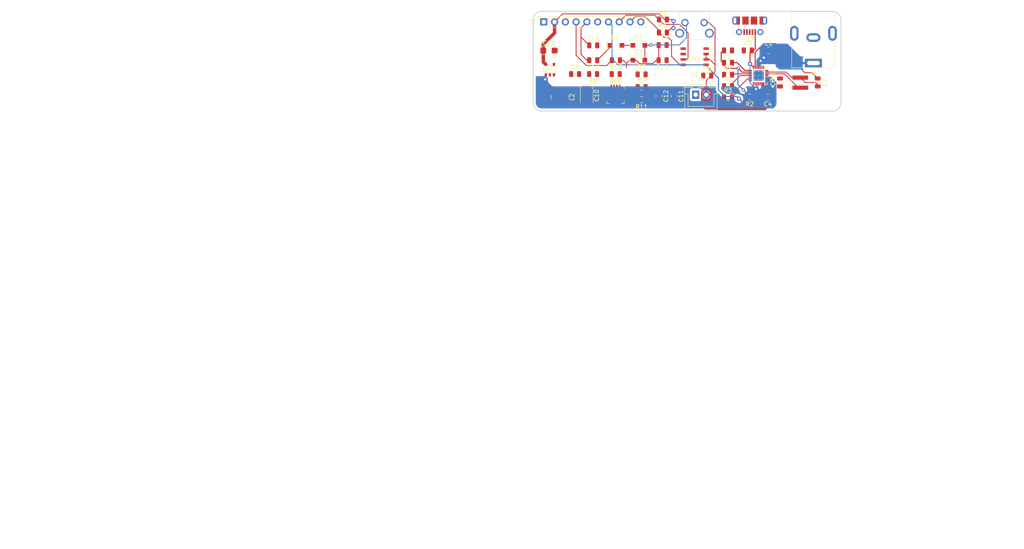
<source format=kicad_pcb>
(kicad_pcb (version 20171130) (host pcbnew "(5.0.0)")
  (layers (0 F.Cu signal) (31 B.Cu signal) (34 B.Paste user) (35 F.Paste user) (36 B.SilkS user) (37 F.SilkS user) (38 B.Mask user) (39 F.Mask user) (44 Edge.Cuts user))
  (net 0 "")
  (net 1 DC)
  (net 2 GNDA)
  (net 3 "Net-(C2-Pad2)")
  (net 4 "Net-(C2-Pad1)")
  (net 5 SYS)
  (net 6 BATT+)
  (net 7 USB)
  (net 8 VL)
  (net 9 "Net-(C7-Pad2)")
  (net 10 5V)
  (net 11 3V3)
  (net 12 SENSE_PIN)
  (net 13 EN_PI)
  (net 14 "Net-(D1-Pad1)")
  (net 15 "Net-(D1-Pad2)")
  (net 16 "Net-(D2-Pad2)")
  (net 17 OUT_PIN)
  (net 18 DOK_OUT)
  (net 19 CHG_OUT)
  (net 20 SCL)
  (net 21 SDA)
  (net 22 "Net-(J3-Pad6)")
  (net 23 "Net-(J3-Pad2)")
  (net 24 "Net-(J3-Pad4)")
  (net 25 "Net-(J3-Pad3)")
  (net 26 "Net-(L1-Pad1)")
  (net 27 "Net-(L2-Pad1)")
  (net 28 "Net-(R3-Pad2)")
  (net 29 "Net-(R4-Pad2)")
  (net 30 "Net-(R10-Pad2)")
  (net 31 "Net-(R11-Pad2)")
  (net 32 "Net-(U1-Pad18)")
  (net 33 "Net-(U1-Pad19)")
  (net 34 "Net-(U2-Pad5)")
  (net 35 "Net-(U3-Pad2)")
  (net 36 "Net-(U3-Pad12)")
  (net 37 "Net-(U4-Pad4)")
  (module Capacitor_SMD:C_0805_2012Metric (layer F.Cu) (at 204.9105 33.0282)
    (fp_text reference C1 (at 0 -1.65) (layer F.SilkS))
    (fp_text value 2.2uf)
    (pad 1 smd roundrect (at -0.9375 0) (size 0.975 1.4) (layers F.Cu F.Paste F.Mask) (net 1 DC))
    (pad 2 smd roundrect (at 0.9375 0) (size 0.975 1.4) (layers F.Cu F.Paste F.Mask) (net 2 GNDA))
  )
  (module Capacitor_SMD:C_0805_2012Metric (layer F.Cu) (at 216.516 40.572 270)
    (fp_text reference C2 (at 0 -1.65 270) (layer F.SilkS))
    (fp_text value 1uf)
    (pad 2 smd roundrect (at 0.9375 0 270) (size 0.975 1.4) (layers F.Cu F.Paste F.Mask) (net 3 "Net-(C2-Pad2)"))
    (pad 1 smd roundrect (at -0.9375 0 270) (size 0.975 1.4) (layers F.Cu F.Paste F.Mask) (net 4 "Net-(C2-Pad1)"))
  )
  (module Capacitor_SMD:C_0805_2012Metric (layer F.Cu) (at 207.626 40.572 90)
    (fp_text reference C3 (at 0 -1.65 90) (layer F.SilkS))
    (fp_text value 10uf)
    (pad 2 smd roundrect (at 0.9375 0 90) (size 0.975 1.4) (layers F.Cu F.Paste F.Mask) (net 5 SYS))
    (pad 1 smd roundrect (at -0.9375 0 90) (size 0.975 1.4) (layers F.Cu F.Paste F.Mask) (net 2 GNDA))
  )
  (module Capacitor_SMD:C_0805_2012Metric (layer F.Cu) (at 204.7535 44.0262 180)
    (fp_text reference C4 (at 0 -1.65 180) (layer F.SilkS))
    (fp_text value 10uf)
    (pad 2 smd roundrect (at 0.9375 0 180) (size 0.975 1.4) (layers F.Cu F.Paste F.Mask) (net 6 BATT+))
    (pad 1 smd roundrect (at -0.9375 0 180) (size 0.975 1.4) (layers F.Cu F.Paste F.Mask) (net 2 GNDA))
  )
  (module Capacitor_SMD:C_0805_2012Metric (layer F.Cu) (at 200.050138 33.0282)
    (fp_text reference C5 (at 0 -1.65) (layer F.SilkS))
    (fp_text value 4.7uf)
    (pad 1 smd roundrect (at -0.9375 0) (size 0.975 1.4) (layers F.Cu F.Paste F.Mask) (net 2 GNDA))
    (pad 2 smd roundrect (at 0.9375 0) (size 0.975 1.4) (layers F.Cu F.Paste F.Mask) (net 7 USB))
  )
  (module Capacitor_SMD:C_0805_2012Metric (layer F.Cu) (at 195.3865 33.0282 180)
    (fp_text reference C6 (at 0 -1.65 180) (layer F.SilkS))
    (fp_text value 2.2uf)
    (pad 1 smd roundrect (at -0.9375 0 180) (size 0.975 1.4) (layers F.Cu F.Paste F.Mask) (net 2 GNDA))
    (pad 2 smd roundrect (at 0.9375 0 180) (size 0.975 1.4) (layers F.Cu F.Paste F.Mask) (net 8 VL))
  )
  (module Capacitor_SMD:C_0805_2012Metric (layer F.Cu) (at 195.3865 38.7432)
    (fp_text reference C7 (at 0 -1.65) (layer F.SilkS))
    (fp_text value 0.15uf)
    (pad 1 smd roundrect (at -0.9375 0) (size 0.975 1.4) (layers F.Cu F.Paste F.Mask) (net 2 GNDA))
    (pad 2 smd roundrect (at 0.9375 0) (size 0.975 1.4) (layers F.Cu F.Paste F.Mask) (net 9 "Net-(C7-Pad2)"))
  )
  (module Capacitor_SMD:C_0805_2012Metric (layer F.Cu) (at 190.497 38.9602)
    (fp_text reference C8 (at 0 -1.65) (layer F.SilkS))
    (fp_text value 0.1uf)
    (pad 1 smd roundrect (at -0.9375 0) (size 0.975 1.4) (layers F.Cu F.Paste F.Mask) (net 2 GNDA))
    (pad 2 smd roundrect (at 0.9375 0) (size 0.975 1.4) (layers F.Cu F.Paste F.Mask) (net 6 BATT+))
  )
  (module Capacitor_SMD:C_0805_2012Metric (layer F.Cu) (at 159.366 38.600129)
    (fp_text reference C9 (at 0 -1.65) (layer F.SilkS))
    (fp_text value 2.2uf)
    (pad 2 smd roundrect (at 0.9375 0) (size 0.975 1.4) (layers F.Cu F.Paste F.Mask) (net 10 5V))
    (pad 1 smd roundrect (at -0.9375 0) (size 0.975 1.4) (layers F.Cu F.Paste F.Mask) (net 2 GNDA))
  )
  (module Capacitor_Tantalum_SMD:CP_EIA-3528-21_Kemet-B (layer F.Cu) (at 162.0975 43.666629 270)
    (fp_text reference C10 (at 0 -2.35 270) (layer F.SilkS))
    (fp_text value 100uf)
    (pad 2 smd roundrect (at 1.5375 0 270) (size 1.325 2.35) (layers F.Cu F.Paste F.Mask) (roundrect_rratio 0.188679) (net 2 GNDA))
    (pad 1 smd roundrect (at -1.5375 0 270) (size 1.325 2.35) (layers F.Cu F.Paste F.Mask) (roundrect_rratio 0.188679) (net 10 5V))
  )
  (module Capacitor_SMD:C_0805_2012Metric (layer F.Cu) (at 182.6715 43.7862 270)
    (fp_text reference C11 (at 0 -1.65 270) (layer F.SilkS))
    (fp_text value 10uf)
    (pad 1 smd roundrect (at -0.9375 0 270) (size 0.975 1.4) (layers F.Cu F.Paste F.Mask) (net 2 GNDA))
    (pad 2 smd roundrect (at 0.9375 0 270) (size 0.975 1.4) (layers F.Cu F.Paste F.Mask) (net 5 SYS))
  )
  (module Capacitor_SMD:C_0805_2012Metric (layer F.Cu) (at 179.1155 43.7862 270)
    (fp_text reference C12 (at 0 -1.65 270) (layer F.SilkS))
    (fp_text value 0.1uf)
    (pad 2 smd roundrect (at 0.9375 0 270) (size 0.975 1.4) (layers F.Cu F.Paste F.Mask) (net 5 SYS))
    (pad 1 smd roundrect (at -0.9375 0 270) (size 0.975 1.4) (layers F.Cu F.Paste F.Mask) (net 2 GNDA))
  )
  (module Capacitor_SMD:C_0805_2012Metric (layer F.Cu) (at 163.633138 31.830289)
    (fp_text reference C14 (at 0 -1.65) (layer F.SilkS))
    (fp_text value 0.1uF)
    (pad 2 smd roundrect (at 0.9375 0) (size 0.975 1.4) (layers F.Cu F.Paste F.Mask) (net 2 GNDA))
    (pad 1 smd roundrect (at -0.9375 0) (size 0.975 1.4) (layers F.Cu F.Paste F.Mask) (net 12 SENSE_PIN))
  )
  (module Capacitor_SMD:C_0805_2012Metric (layer F.Cu) (at 179.986138 31.774289)
    (fp_text reference C15 (at 0 -1.65) (layer F.SilkS))
    (fp_text value 0.1uF)
    (pad 1 smd roundrect (at -0.9375 0) (size 0.975 1.4) (layers F.Cu F.Paste F.Mask) (net 13 EN_PI))
    (pad 2 smd roundrect (at 0.9375 0) (size 0.975 1.4) (layers F.Cu F.Paste F.Mask) (net 2 GNDA))
  )
  (module Diode_SMD:D_SOD-123F (layer F.Cu) (at 168.986138 31.830289)
    (fp_text reference D1 (at -0.127 -1.905) (layer F.SilkS))
    (fp_text value IN4001)
    (pad 1 smd rect (at -1.4 0) (size 1.1 1.1) (layers F.Cu F.Paste F.Mask) (net 14 "Net-(D1-Pad1)"))
    (pad 2 smd rect (at 1.4 0) (size 1.1 1.1) (layers F.Cu F.Paste F.Mask) (net 15 "Net-(D1-Pad2)"))
  )
  (module Diode_SMD:D_SOD-123F (layer F.Cu) (at 174.386138 31.830289)
    (fp_text reference D2 (at -0.127 -1.905) (layer F.SilkS))
    (fp_text value IN4001)
    (pad 1 smd rect (at -1.4 0) (size 1.1 1.1) (layers F.Cu F.Paste F.Mask) (net 15 "Net-(D1-Pad2)"))
    (pad 2 smd rect (at 1.4 0) (size 1.1 1.1) (layers F.Cu F.Paste F.Mask) (net 16 "Net-(D2-Pad2)"))
  )
  (module Diode_SMD:D_SOD-123F (layer F.Cu) (at 174.386138 35.330289)
    (fp_text reference D3 (at -0.127 -1.905) (layer F.SilkS))
    (fp_text value IN4001)
    (pad 2 smd rect (at 1.4 0) (size 1.1 1.1) (layers F.Cu F.Paste F.Mask) (net 16 "Net-(D2-Pad2)"))
    (pad 1 smd rect (at -1.4 0) (size 1.1 1.1) (layers F.Cu F.Paste F.Mask) (net 13 EN_PI))
  )
  (module Connector_BarrelJack:BarrelJack_CUI_PJ-063AH_Horizontal (layer F.Cu) (at 215.5 36 180)
    (fp_text reference J1 (at 0 -2.3 180) (layer F.SilkS))
    (fp_text value Barrel_Jack)
    (pad 1 thru_hole rect (at 0 0 180) (size 4 2) (drill oval 3 1) (layers *.Cu *.Mask) (net 1 DC))
    (pad 2 thru_hole oval (at 0 6 180) (size 3.3 2) (drill oval 2.3 1) (layers *.Cu *.Mask) (net 2 GNDA))
    (pad MP thru_hole oval (at -4.5 7 180) (size 2 3.5) (drill oval 1 2.5) (layers *.Cu *.Mask))
    (pad MP thru_hole oval (at 4.5 7 180) (size 2 3.5) (drill oval 1 2.5) (layers *.Cu *.Mask))
    (pad "" np_thru_hole circle (at 0 9 180) (size 1.6 1.6) (drill 1.6) (layers *.Cu *.Mask))
  )
  (module Connector_PinSocket_2.54mm:PinSocket_1x10_P2.54mm_Vertical (layer F.Cu) (at 151.986138 26.314289 90)
    (fp_text reference J2 (at 0 -2.77 90) (layer F.SilkS))
    (fp_text value Conn_01x10)
    (pad 1 thru_hole rect (at 0 0 90) (size 1.7 1.7) (drill 1) (layers *.Cu *.Mask) (net 2 GNDA))
    (pad 2 thru_hole oval (at 0 2.54 90) (size 1.7 1.7) (drill 1) (layers *.Cu *.Mask) (net 11 3V3))
    (pad 3 thru_hole oval (at 0 5.08 90) (size 1.7 1.7) (drill 1) (layers *.Cu *.Mask) (net 10 5V))
    (pad 4 thru_hole oval (at 0 7.62 90) (size 1.7 1.7) (drill 1) (layers *.Cu *.Mask) (net 17 OUT_PIN))
    (pad 5 thru_hole oval (at 0 10.16 90) (size 1.7 1.7) (drill 1) (layers *.Cu *.Mask) (net 12 SENSE_PIN))
    (pad 6 thru_hole oval (at 0 12.7 90) (size 1.7 1.7) (drill 1) (layers *.Cu *.Mask) (net 18 DOK_OUT))
    (pad 7 thru_hole oval (at 0 15.24 90) (size 1.7 1.7) (drill 1) (layers *.Cu *.Mask) (net 19 CHG_OUT))
    (pad 8 thru_hole oval (at 0 17.78 90) (size 1.7 1.7) (drill 1) (layers *.Cu *.Mask) (net 20 SCL))
    (pad 9 thru_hole oval (at 0 20.32 90) (size 1.7 1.7) (drill 1) (layers *.Cu *.Mask) (net 21 SDA))
    (pad 10 thru_hole oval (at 0 22.86 90) (size 1.7 1.7) (drill 1) (layers *.Cu *.Mask) (net 2 GNDA))
  )
  (module Connector_USB:USB_Micro-B_Molex-105017-0001 (layer F.Cu) (at 200.5 27.2375 180)
    (fp_text reference J3 (at 0 -3.1125 180) (layer F.SilkS))
    (fp_text value USB_B_Micro)
    (pad 6 smd rect (at 1 1.2375 180) (size 1.5 1.9) (layers F.Cu F.Paste F.Mask) (net 22 "Net-(J3-Pad6)"))
    (pad 6 thru_hole circle (at -2.5 -1.4625 180) (size 1.45 1.45) (drill 0.85) (layers *.Cu *.Mask) (net 22 "Net-(J3-Pad6)"))
    (pad 2 smd rect (at -0.65 -1.4625 180) (size 0.4 1.35) (layers F.Cu F.Paste F.Mask) (net 23 "Net-(J3-Pad2)"))
    (pad 1 smd rect (at -1.3 -1.4625 180) (size 0.4 1.35) (layers F.Cu F.Paste F.Mask) (net 7 USB))
    (pad 5 smd rect (at 1.3 -1.4625 180) (size 0.4 1.35) (layers F.Cu F.Paste F.Mask) (net 2 GNDA))
    (pad 4 smd rect (at 0.65 -1.4625 180) (size 0.4 1.35) (layers F.Cu F.Paste F.Mask) (net 24 "Net-(J3-Pad4)"))
    (pad 3 smd rect (at 0 -1.4625 180) (size 0.4 1.35) (layers F.Cu F.Paste F.Mask) (net 25 "Net-(J3-Pad3)"))
    (pad 6 thru_hole circle (at 2.5 -1.4625 180) (size 1.45 1.45) (drill 0.85) (layers *.Cu *.Mask) (net 22 "Net-(J3-Pad6)"))
    (pad 6 smd rect (at -1 1.2375 180) (size 1.5 1.9) (layers F.Cu F.Paste F.Mask) (net 22 "Net-(J3-Pad6)"))
    (pad 6 thru_hole oval (at -3.5 1.2375) (size 1.2 1.9) (drill oval 0.6 1.3) (layers *.Cu *.Mask) (net 22 "Net-(J3-Pad6)"))
    (pad 6 thru_hole oval (at 3.5 1.2375 180) (size 1.2 1.9) (drill oval 0.6 1.3) (layers *.Cu *.Mask) (net 22 "Net-(J3-Pad6)"))
    (pad 6 smd rect (at 2.9 1.2375 180) (size 1.2 1.9) (layers F.Cu F.Mask) (net 22 "Net-(J3-Pad6)"))
    (pad 6 smd rect (at -2.9 1.2375 180) (size 1.2 1.9) (layers F.Cu F.Mask) (net 22 "Net-(J3-Pad6)"))
  )
  (module Connector_JST:JST_XH_B02B-XH-A_1x02_P2.50mm_Vertical (layer F.Cu) (at 187.765792 43.45721)
    (fp_text reference J4 (at 1.25 -3.55) (layer F.SilkS))
    (fp_text value battery)
    (pad 1 thru_hole rect (at 0 0) (size 1.7 2) (drill 1) (layers *.Cu *.Mask) (net 2 GNDA))
    (pad 2 thru_hole oval (at 2.5 0) (size 1.7 2) (drill 1) (layers *.Cu *.Mask) (net 6 BATT+))
  )
  (module Inductor_SMD:L_Wuerth_MAPI-4020 (layer F.Cu) (at 212.4095 40.6212 90)
    (fp_text reference L1 (at 0 -2.85 90) (layer F.SilkS))
    (fp_text value 3.3uH)
    (pad 1 smd rect (at -1.185 0 90) (size 0.98 3.7) (layers F.Cu F.Paste F.Mask) (net 26 "Net-(L1-Pad1)"))
    (pad 2 smd rect (at 1.185 0 90) (size 0.98 3.7) (layers F.Cu F.Paste F.Mask) (net 3 "Net-(C2-Pad2)"))
  )
  (module Inductor_SMD:L_Wuerth_MAPI-4020 (layer F.Cu) (at 155.81 44.019129 270)
    (fp_text reference L2 (at 0 -2.85 270) (layer F.SilkS))
    (fp_text value 6.8uH)
    (pad 2 smd rect (at 1.185 0 270) (size 0.98 3.7) (layers F.Cu F.Paste F.Mask) (net 5 SYS))
    (pad 1 smd rect (at -1.185 0 270) (size 0.98 3.7) (layers F.Cu F.Paste F.Mask) (net 27 "Net-(L2-Pad1)"))
  )
  (module Resistor_SMD:R_0805_2012Metric (layer F.Cu) (at 195.3865 35.9412 180)
    (fp_text reference R1 (at 0 -1.65 180) (layer F.SilkS))
    (fp_text value 100K)
    (pad 1 smd roundrect (at -0.9375 0 180) (size 0.975 1.4) (layers F.Cu F.Paste F.Mask) (net 18 DOK_OUT))
    (pad 2 smd roundrect (at 0.9375 0 180) (size 0.975 1.4) (layers F.Cu F.Paste F.Mask) (net 8 VL))
  )
  (module Resistor_SMD:R_0805_2012Metric (layer F.Cu) (at 200.4965 44.0262 180)
    (fp_text reference R2 (at 0 -1.65 180) (layer F.SilkS))
    (fp_text value 100K)
    (pad 2 smd roundrect (at 0.9375 0 180) (size 0.975 1.4) (layers F.Cu F.Paste F.Mask) (net 8 VL))
    (pad 1 smd roundrect (at -0.9375 0 180) (size 0.975 1.4) (layers F.Cu F.Paste F.Mask) (net 19 CHG_OUT))
  )
  (module Resistor_SMD:R_0805_2012Metric (layer F.Cu) (at 195.3865 44.0772)
    (fp_text reference R3 (at 0 -1.65) (layer F.SilkS))
    (fp_text value 1.2K)
    (pad 1 smd roundrect (at -0.9375 0) (size 0.975 1.4) (layers F.Cu F.Paste F.Mask) (net 2 GNDA))
    (pad 2 smd roundrect (at 0.9375 0) (size 0.975 1.4) (layers F.Cu F.Paste F.Mask) (net 28 "Net-(R3-Pad2)"))
  )
  (module Resistor_SMD:R_0805_2012Metric (layer F.Cu) (at 195.3865 41.4412)
    (fp_text reference R4 (at 0 -1.65) (layer F.SilkS))
    (fp_text value 3K)
    (pad 2 smd roundrect (at 0.9375 0) (size 0.975 1.4) (layers F.Cu F.Paste F.Mask) (net 29 "Net-(R4-Pad2)"))
    (pad 1 smd roundrect (at -0.9375 0) (size 0.975 1.4) (layers F.Cu F.Paste F.Mask) (net 2 GNDA))
  )
  (module Resistor_SMD:R_0805_2012Metric (layer F.Cu) (at 180.053 25.7522)
    (fp_text reference R5 (at 0 -1.65) (layer F.SilkS))
    (fp_text value 100K)
    (pad 1 smd roundrect (at -0.9375 0) (size 0.975 1.4) (layers F.Cu F.Paste F.Mask) (net 20 SCL))
    (pad 2 smd roundrect (at 0.9375 0) (size 0.975 1.4) (layers F.Cu F.Paste F.Mask) (net 11 3V3))
  )
  (module Resistor_SMD:R_0805_2012Metric (layer F.Cu) (at 180.053 28.8002)
    (fp_text reference R6 (at 0 -1.65) (layer F.SilkS))
    (fp_text value 100K)
    (pad 1 smd roundrect (at -0.9375 0) (size 0.975 1.4) (layers F.Cu F.Paste F.Mask) (net 21 SDA))
    (pad 2 smd roundrect (at 0.9375 0) (size 0.975 1.4) (layers F.Cu F.Paste F.Mask) (net 11 3V3))
  )
  (module Resistor_SMD:R_0805_2012Metric (layer F.Cu) (at 175.033638 38.664289)
    (fp_text reference R7 (at 0 -1.65) (layer F.SilkS))
    (fp_text value 200K)
    (pad 1 smd roundrect (at -0.9375 0) (size 0.975 1.4) (layers F.Cu F.Paste F.Mask) (net 13 EN_PI))
    (pad 2 smd roundrect (at 0.9375 0) (size 0.975 1.4) (layers F.Cu F.Paste F.Mask) (net 6 BATT+))
  )
  (module Resistor_SMD:R_0805_2012Metric (layer F.Cu) (at 163.6055 38.600129 180)
    (fp_text reference R8 (at 0 -1.65 180) (layer F.SilkS))
    (fp_text value 1.87M)
    (pad 2 smd roundrect (at 0.9375 0 180) (size 0.975 1.4) (layers F.Cu F.Paste F.Mask) (net 10 5V))
    (pad 1 smd roundrect (at -0.9375 0 180) (size 0.975 1.4) (layers F.Cu F.Paste F.Mask) (net 30 "Net-(R10-Pad2)"))
  )
  (module Resistor_SMD:R_0805_2012Metric (layer F.Cu) (at 175.033638 41.664289)
    (fp_text reference R9 (at 0 -1.65) (layer F.SilkS))
    (fp_text value 1.87M)
    (pad 2 smd roundrect (at 0.9375 0) (size 0.975 1.4) (layers F.Cu F.Paste F.Mask) (net 5 SYS))
    (pad 1 smd roundrect (at -0.9375 0) (size 0.975 1.4) (layers F.Cu F.Paste F.Mask) (net 31 "Net-(R11-Pad2)"))
  )
  (module Resistor_SMD:R_0805_2012Metric (layer F.Cu) (at 168.9395 38.600129 180)
    (fp_text reference R10 (at 0 -1.65 180) (layer F.SilkS))
    (fp_text value 200K)
    (pad 2 smd roundrect (at 0.9375 0 180) (size 0.975 1.4) (layers F.Cu F.Paste F.Mask) (net 30 "Net-(R10-Pad2)"))
    (pad 1 smd roundrect (at -0.9375 0 180) (size 0.975 1.4) (layers F.Cu F.Paste F.Mask) (net 2 GNDA))
  )
  (module Resistor_SMD:R_0805_2012Metric (layer F.Cu) (at 175.033638 44.664289 180)
    (fp_text reference R11 (at 0 -1.65 180) (layer F.SilkS))
    (fp_text value 340K)
    (pad 1 smd roundrect (at -0.9375 0 180) (size 0.975 1.4) (layers F.Cu F.Paste F.Mask) (net 2 GNDA))
    (pad 2 smd roundrect (at 0.9375 0 180) (size 0.975 1.4) (layers F.Cu F.Paste F.Mask) (net 31 "Net-(R11-Pad2)"))
  )
  (module Resistor_SMD:R_0805_2012Metric (layer F.Cu) (at 163.633138 35.330289 180)
    (fp_text reference R12 (at 0 -1.65 180) (layer F.SilkS))
    (fp_text value 10K)
    (pad 2 smd roundrect (at 0.9375 0 180) (size 0.975 1.4) (layers F.Cu F.Paste F.Mask) (net 12 SENSE_PIN))
    (pad 1 smd roundrect (at -0.9375 0 180) (size 0.975 1.4) (layers F.Cu F.Paste F.Mask) (net 14 "Net-(D1-Pad1)"))
  )
  (module Resistor_SMD:R_0805_2012Metric (layer F.Cu) (at 168.986138 35.330289 180)
    (fp_text reference R13 (at 0 -1.65 180) (layer F.SilkS))
    (fp_text value 10K)
    (pad 2 smd roundrect (at 0.9375 0 180) (size 0.975 1.4) (layers F.Cu F.Paste F.Mask) (net 17 OUT_PIN))
    (pad 1 smd roundrect (at -0.9375 0 180) (size 0.975 1.4) (layers F.Cu F.Paste F.Mask) (net 13 EN_PI))
  )
  (module Resistor_SMD:R_0805_2012Metric (layer F.Cu) (at 179.986138 35.330289 180)
    (fp_text reference R14 (at 0 -1.65 180) (layer F.SilkS))
    (fp_text value 10K)
    (pad 1 smd roundrect (at -0.9375 0 180) (size 0.975 1.4) (layers F.Cu F.Paste F.Mask) (net 2 GNDA))
    (pad 2 smd roundrect (at 0.9375 0 180) (size 0.975 1.4) (layers F.Cu F.Paste F.Mask) (net 13 EN_PI))
  )
  (module Button_Switch_THT:SKHHLVA010 (layer F.Cu) (at 187.499551 28)
    (fp_text reference SW1 (at 0 7) (layer F.SilkS))
    (fp_text value SW_Push)
    (pad 1 thru_hole circle (at 2.250449 -1.518149 180) (size 1.724 1.724) (drill 1.1) (layers *.Cu *.Mask) (net 6 BATT+))
    (pad 2 thru_hole circle (at -2.249551 -1.518149 180) (size 1.724 1.724) (drill 1.1) (layers *.Cu *.Mask) (net 16 "Net-(D2-Pad2)"))
    (pad "" thru_hole circle (at 3.500449 0.981851 180) (size 2.1 2.1) (drill 1.45) (layers *.Cu *.Mask))
    (pad "" thru_hole circle (at -3.499551 0.981851 180) (size 2.1 2.1) (drill 1.45) (layers *.Cu *.Mask))
  )
  (module Package_DFN_QFN:QFN-28-1EP_4x4mm_P0.4mm_EP2.4x2.4mm_ThermalVias (layer F.Cu) (at 202.578 38.9412 270)
    (fp_text reference U1 (at 0 -3.3 270) (layer F.SilkS))
    (fp_text value MAX8903A)
    (pad 28 smd roundrect (at -1.2 -1.9375 270) (size 0.25 0.825) (layers F.Cu F.Paste F.Mask) (net 3 "Net-(C2-Pad2)"))
    (pad 27 smd roundrect (at -0.8 -1.9375 270) (size 0.25 0.825) (layers F.Cu F.Paste F.Mask) (net 3 "Net-(C2-Pad2)"))
    (pad 26 smd roundrect (at -0.4 -1.9375 270) (size 0.25 0.825) (layers F.Cu F.Paste F.Mask) (net 26 "Net-(L1-Pad1)"))
    (pad 25 smd roundrect (at 0 -1.9375 270) (size 0.25 0.825) (layers F.Cu F.Paste F.Mask) (net 26 "Net-(L1-Pad1)"))
    (pad 24 smd roundrect (at 0.4 -1.9375 270) (size 0.25 0.825) (layers F.Cu F.Paste F.Mask) (net 5 SYS))
    (pad 23 smd roundrect (at 0.8 -1.9375 270) (size 0.25 0.825) (layers F.Cu F.Paste F.Mask) (net 5 SYS))
    (pad 22 smd roundrect (at 1.2 -1.9375 270) (size 0.25 0.825) (layers F.Cu F.Paste F.Mask) (net 19 CHG_OUT))
    (pad 21 smd roundrect (at 1.9375 -1.2 270) (size 0.825 0.25) (layers F.Cu F.Paste F.Mask) (net 6 BATT+))
    (pad 20 smd roundrect (at 1.9375 -0.8 270) (size 0.825 0.25) (layers F.Cu F.Paste F.Mask) (net 6 BATT+))
    (pad 19 smd roundrect (at 1.9375 -0.4 270) (size 0.825 0.25) (layers F.Cu F.Paste F.Mask) (net 33 "Net-(U1-Pad19)"))
    (pad 18 smd roundrect (at 1.9375 0 270) (size 0.825 0.25) (layers F.Cu F.Paste F.Mask) (net 32 "Net-(U1-Pad18)"))
    (pad 17 smd roundrect (at 1.9375 0.4 270) (size 0.825 0.25) (layers F.Cu F.Paste F.Mask) (net 7 USB))
    (pad 16 smd roundrect (at 1.9375 0.8 270) (size 0.825 0.25) (layers F.Cu F.Paste F.Mask) (net 2 GNDA))
    (pad 15 smd roundrect (at 1.9375 1.2 270) (size 0.825 0.25) (layers F.Cu F.Paste F.Mask) (net 2 GNDA))
    (pad 14 smd roundrect (at 1.2 1.9375 270) (size 0.25 0.825) (layers F.Cu F.Paste F.Mask) (net 2 GNDA))
    (pad 13 smd roundrect (at 0.8 1.9375 270) (size 0.25 0.825) (layers F.Cu F.Paste F.Mask) (net 28 "Net-(R3-Pad2)"))
    (pad 12 smd roundrect (at 0.4 1.9375 270) (size 0.25 0.825) (layers F.Cu F.Paste F.Mask) (net 2 GNDA))
    (pad 11 smd roundrect (at 0 1.9375 270) (size 0.25 0.825) (layers F.Cu F.Paste F.Mask) (net 29 "Net-(R4-Pad2)"))
    (pad 10 smd roundrect (at -0.4 1.9375 270) (size 0.25 0.825) (layers F.Cu F.Paste F.Mask) (net 9 "Net-(C7-Pad2)"))
    (pad 9 smd roundrect (at -0.8 1.9375 270) (size 0.25 0.825) (layers F.Cu F.Paste F.Mask) (net 8 VL))
    (pad 8 smd roundrect (at -1.2 1.9375 270) (size 0.25 0.825) (layers F.Cu F.Paste F.Mask) (net 18 DOK_OUT))
    (pad 7 smd roundrect (at -1.9375 1.2 270) (size 0.825 0.25) (layers F.Cu F.Paste F.Mask) (net 7 USB))
    (pad 6 smd roundrect (at -1.9375 0.8 270) (size 0.825 0.25) (layers F.Cu F.Paste F.Mask) (net 4 "Net-(C2-Pad1)"))
    (pad 5 smd roundrect (at -1.9375 0.4 270) (size 0.825 0.25) (layers F.Cu F.Paste F.Mask) (net 1 DC))
    (pad 4 smd roundrect (at -1.9375 0 270) (size 0.825 0.25) (layers F.Cu F.Paste F.Mask) (net 1 DC))
    (pad 3 smd roundrect (at -1.9375 -0.4 270) (size 0.825 0.25) (layers F.Cu F.Paste F.Mask) (net 1 DC))
    (pad 2 smd roundrect (at -1.9375 -0.8 270) (size 0.825 0.25) (layers F.Cu F.Paste F.Mask) (net 2 GNDA))
    (pad 1 smd roundrect (at -1.9375 -1.2 270) (size 0.825 0.25) (layers F.Cu F.Paste F.Mask) (net 2 GNDA))
    (pad 29 smd roundrect (at 0 0 270) (size 2.4 2.4) (layers B.Cu) (roundrect_rratio 0.104167))
    (pad 29 thru_hole circle (at 0.95 0.95 270) (size 0.5 0.5) (drill 0.2) (layers *.Cu))
    (pad 29 thru_hole circle (at 0 0.95 270) (size 0.5 0.5) (drill 0.2) (layers *.Cu))
    (pad 29 thru_hole circle (at -0.95 0.95 270) (size 0.5 0.5) (drill 0.2) (layers *.Cu))
    (pad 29 thru_hole circle (at 0.95 0 270) (size 0.5 0.5) (drill 0.2) (layers *.Cu))
    (pad 29 thru_hole circle (at 0 0 270) (size 0.5 0.5) (drill 0.2) (layers *.Cu))
    (pad 29 thru_hole circle (at -0.95 0 270) (size 0.5 0.5) (drill 0.2) (layers *.Cu))
    (pad 29 thru_hole circle (at 0.95 -0.95 270) (size 0.5 0.5) (drill 0.2) (layers *.Cu))
    (pad 29 thru_hole circle (at 0 -0.95 270) (size 0.5 0.5) (drill 0.2) (layers *.Cu))
    (pad 29 thru_hole circle (at -0.95 -0.95 270) (size 0.5 0.5) (drill 0.2) (layers *.Cu))
    (pad 29 smd roundrect (at 0 0 270) (size 2.4 2.4) (layers F.Cu F.Mask) (roundrect_rratio 0.104167))
  )
  (module Package_DFN_QFN:TDFN-8-1EP (layer F.Cu) (at 187.5305 34.5152 180)
    (fp_text reference U2 (at 0 -4.25 180) (layer F.SilkS))
    (fp_text value MAX17048)
    (pad 8 smd rect (at 2.7 -1.905 180) (size 1.25 0.6) (layers F.Cu F.Paste F.Mask) (net 21 SDA))
    (pad 7 smd rect (at 2.7 -0.635 180) (size 1.25 0.6) (layers F.Cu F.Paste F.Mask) (net 20 SCL))
    (pad 6 smd rect (at 2.7 0.635 180) (size 1.25 0.6) (layers F.Cu F.Paste F.Mask) (net 2 GNDA))
    (pad 5 smd rect (at 2.7 1.905 180) (size 1.25 0.6) (layers F.Cu F.Paste F.Mask) (net 34 "Net-(U2-Pad5)"))
    (pad 4 smd rect (at -2.7 1.905 180) (size 1.25 0.6) (layers F.Cu F.Paste F.Mask) (net 2 GNDA))
    (pad 3 smd rect (at -2.7 0.635 180) (size 1.25 0.6) (layers F.Cu F.Paste F.Mask) (net 6 BATT+))
    (pad 1 smd rect (at -2.7 -1.905 180) (size 1.25 0.6) (layers F.Cu F.Paste F.Mask) (net 2 GNDA))
    (pad 2 smd rect (at -2.7 -0.635 180) (size 1.25 0.6) (layers F.Cu F.Paste F.Mask) (net 6 BATT+))
  )
  (module Package_DFN_QFN:QFN-16-1EP_4x4mm_P0.65mm_EP2.5x2.5mm (layer F.Cu) (at 168.858138 43.482289)
    (fp_text reference U3 (at 0 -3.4) (layer F.SilkS))
    (fp_text value TPS61090)
    (pad 1 smd rect (at -2 -0.975) (size 0.8 0.35) (layers F.Cu F.Paste F.Mask) (net 10 5V))
    (pad 2 smd rect (at -2 -0.325) (size 0.8 0.35) (layers F.Cu F.Paste F.Mask) (net 35 "Net-(U3-Pad2)"))
    (pad 3 smd rect (at -2 0.325) (size 0.8 0.35) (layers F.Cu F.Paste F.Mask) (net 27 "Net-(L2-Pad1)"))
    (pad 4 smd rect (at -2 0.975) (size 0.8 0.35) (layers F.Cu F.Paste F.Mask) (net 27 "Net-(L2-Pad1)"))
    (pad 5 smd rect (at -0.975 2 90) (size 0.8 0.35) (layers F.Cu F.Paste F.Mask) (net 2 GNDA))
    (pad 6 smd rect (at -0.325 2 90) (size 0.8 0.35) (layers F.Cu F.Paste F.Mask) (net 2 GNDA))
    (pad 7 smd rect (at 0.325 2 90) (size 0.8 0.35) (layers F.Cu F.Paste F.Mask) (net 2 GNDA))
    (pad 8 smd rect (at 0.975 2 90) (size 0.8 0.35) (layers F.Cu F.Paste F.Mask) (net 5 SYS))
    (pad 9 smd rect (at 2 0.975) (size 0.8 0.35) (layers F.Cu F.Paste F.Mask) (net 31 "Net-(R11-Pad2)"))
    (pad 10 smd rect (at 2 0.325) (size 0.8 0.35) (layers F.Cu F.Paste F.Mask) (net 2 GNDA))
    (pad 11 smd rect (at 2 -0.325) (size 0.8 0.35) (layers F.Cu F.Paste F.Mask) (net 13 EN_PI))
    (pad 12 smd rect (at 2 -0.975) (size 0.8 0.35) (layers F.Cu F.Paste F.Mask) (net 36 "Net-(U3-Pad12)"))
    (pad 13 smd rect (at 0.975 -2 90) (size 0.8 0.35) (layers F.Cu F.Paste F.Mask) (net 2 GNDA))
    (pad 14 smd rect (at 0.325 -2 90) (size 0.8 0.35) (layers F.Cu F.Paste F.Mask) (net 30 "Net-(R10-Pad2)"))
    (pad 15 smd rect (at -0.325 -2 90) (size 0.8 0.35) (layers F.Cu F.Paste F.Mask) (net 10 5V))
    (pad 16 smd rect (at -0.975 -2 90) (size 0.8 0.35) (layers F.Cu F.Paste F.Mask) (net 10 5V))
    (pad 17 smd rect (at 0 0) (size 2.5 2.5) (layers F.Cu F.Mask) (net 2 GNDA))
  )
  (module Package_TO_SOT_SMD:SOT25 (layer F.Cu) (at 153.420011 37.552118)
    (fp_text reference U4 (at 0 -0.18) (layer F.SilkS) (effects (font (size 0.4 0.5) (thickness 0.1))))
    (fp_text value XC6210 hide)
    (pad 5 smd rect (at -0.95 -1.2) (size 0.55 0.8) (layers F.Cu F.Paste F.Mask) (net 11 3V3))
    (pad 4 smd rect (at 0.95 -1.2) (size 0.55 0.8) (layers F.Cu F.Paste F.Mask) (net 37 "Net-(U4-Pad4)"))
    (pad 3 smd rect (at 0.95 1.2) (size 0.55 0.8) (layers F.Cu F.Paste F.Mask) (net 13 EN_PI))
    (pad 2 smd rect (at 0 1.2) (size 0.55 0.8) (layers F.Cu F.Paste F.Mask) (net 2 GNDA))
    (pad 1 smd rect (at -0.95 1.2) (size 0.55 0.8) (layers F.Cu F.Paste F.Mask) (net 5 SYS))
  )
  (module Capacitor_Tantalum_SMD:CP_EIA-3216-18_Kemet-A (layer F.Cu) (at 153.203875 33.062831)
    (fp_text reference C13 (at 0 -1.75) (layer F.SilkS))
    (fp_text value 10uf)
    (pad 1 smd roundrect (at -1.35 0) (size 1.4 1.35) (layers F.Cu F.Paste F.Mask) (roundrect_rratio 0.185185) (net 11 3V3))
    (pad 2 smd roundrect (at 1.35 0) (size 1.4 1.35) (layers F.Cu F.Paste F.Mask) (roundrect_rratio 0.185185) (net 2 GNDA))
  )
  (gr_arc (start 219.986138 45.314289) (end 219.986138 47.314289) (angle -90) (layer Edge.Cuts) (width 0.2))
  (gr_arc (start 151.486138 45.314289) (end 149.486138 45.314289) (angle -90) (layer Edge.Cuts) (width 0.2))
  (gr_line (start 221.986138 45.314289) (end 221.986138 25.814289) (layer Edge.Cuts) (width 0.2))
  (gr_arc (start 219.986138 25.814289) (end 221.986138 25.814289) (angle -90) (layer Edge.Cuts) (width 0.2))
  (gr_arc (start 151.486138 25.814289) (end 151.486138 23.814289) (angle -90) (layer Edge.Cuts) (width 0.2))
  (gr_line (start 219.986138 23.814289) (end 151.486138 23.814289) (layer Edge.Cuts) (width 0.2))
  (gr_line (start 151.486138 47.314289) (end 219.986138 47.314289) (layer Edge.Cuts) (width 0.2))
  (gr_line (start 149.486138 25.814289) (end 149.486138 45.314289) (layer Edge.Cuts) (width 0.2))
  (segment (start 202.178 37.0037) (end 202.978 37.0037) (width 0.15) (layer F.Cu) (net 1))
  (via (at 203.054 35.492) (size 1) (drill 0.5) (layers F.Cu B.Cu) (net 1))
  (segment (start 202.578 37.0037) (end 202.578 35.968) (width 0.25) (layer F.Cu) (net 1))
  (segment (start 202.578 35.968) (end 203.054 35.492) (width 0.25) (layer F.Cu) (net 1))
  (segment (start 204.07 33.0282) (end 204.07 34.476) (width 0.25) (layer F.Cu) (net 1))
  (via (at 203.816 34.73) (size 1) (drill 0.5) (layers F.Cu B.Cu) (net 1))
  (segment (start 203.816 34.73) (end 203.054 35.492) (width 0.25) (layer F.Cu) (net 1))
  (segment (start 204.07 34.476) (end 203.816 34.73) (width 0.25) (layer F.Cu) (net 1))
  (segment (start 204.5155 38.1412) (end 204.5155 37.7412) (width 0.25) (layer F.Cu) (net 3))
  (segment (start 205.5465 33.0282) (end 205.5465 33.610482) (width 0.25) (layer F.Cu) (net 2))
  (segment (start 212.803 39.5507) (end 212.6635 39.6902) (width 0.25) (layer F.Cu) (net 3))
  (segment (start 205.028 38.1412) (end 204.5155 38.1412) (width 0.2) (layer F.Cu) (net 3))
  (segment (start 209.0645 38.1412) (end 205.028 38.1412) (width 0.2) (layer F.Cu) (net 3))
  (segment (start 210.3595 39.4362) (end 209.0645 38.1412) (width 0.2) (layer F.Cu) (net 3))
  (segment (start 212.4095 39.4362) (end 210.3595 39.4362) (width 0.2) (layer F.Cu) (net 3))
  (segment (start 213.5453 40.572) (end 212.4095 39.4362) (width 0.2) (layer F.Cu) (net 3))
  (segment (start 216.008 40.572) (end 213.5453 40.572) (width 0.2) (layer F.Cu) (net 3))
  (segment (start 216.516 41.5095) (end 216.516 41.08) (width 0.2) (layer F.Cu) (net 3))
  (segment (start 216.516 41.08) (end 216.008 40.572) (width 0.2) (layer F.Cu) (net 3))
  (segment (start 206.61 31.428) (end 203.816 31.428) (width 0.2) (layer F.Cu) (net 4))
  (segment (start 213.468 38.286) (end 206.61 31.428) (width 0.2) (layer F.Cu) (net 4))
  (segment (start 216.516 39.6345) (end 215.1675 38.286) (width 0.2) (layer F.Cu) (net 4))
  (segment (start 215.1675 38.286) (end 213.468 38.286) (width 0.2) (layer F.Cu) (net 4))
  (segment (start 201.778 36.4912) (end 201.778 37.0037) (width 0.25) (layer F.Cu) (net 4))
  (segment (start 203.816 31.428) (end 201.778 33.466) (width 0.25) (layer F.Cu) (net 4))
  (segment (start 201.778 33.466) (end 201.778 36.4912) (width 0.25) (layer F.Cu) (net 4))
  (segment (start 204.5155 39.3412) (end 204.519589 39.345289) (width 0.15) (layer F.Cu) (net 5))
  (segment (start 204.542411 39.714289) (end 204.5155 39.7412) (width 0.15) (layer F.Cu) (net 5))
  (segment (start 204.542411 39.345289) (end 204.542411 39.714289) (width 0.15) (layer F.Cu) (net 5))
  (via (at 152.3185 39.8492) (size 1) (drill 0.5) (layers F.Cu B.Cu) (net 5))
  (segment (start 152.470011 38.752118) (end 152.470011 39.697689) (width 0.25) (layer F.Cu) (net 5))
  (segment (start 152.470011 39.697689) (end 152.3185 39.8492) (width 0.25) (layer F.Cu) (net 5))
  (via (at 205.9125 40.3572) (size 1) (drill 0.5) (layers F.Cu B.Cu) (net 5))
  (segment (start 204.5155 39.7412) (end 205.2965 39.7412) (width 0.25) (layer F.Cu) (net 5))
  (segment (start 205.2965 39.7412) (end 205.9125 40.3572) (width 0.25) (layer F.Cu) (net 5))
  (via (at 205.9125 41.588) (size 1) (drill 0.5) (layers F.Cu B.Cu) (net 5))
  (segment (start 205.9125 41.588) (end 205.9125 40.3572) (width 0.8) (layer F.Cu) (net 5))
  (segment (start 204.8965 39.3412) (end 205.9125 40.3572) (width 0.25) (layer F.Cu) (net 5))
  (segment (start 204.5155 39.3412) (end 204.8965 39.3412) (width 0.25) (layer F.Cu) (net 5))
  (segment (start 189.883851 26.348) (end 189.75 26.481851) (width 0.25) (layer F.Cu) (net 6))
  (segment (start 190.265793 43.45721) (end 190.265793 43.30721) (width 0.25) (layer B.Cu) (net 6))
  (segment (start 203.378 40.8787) (end 203.57371 41.07441) (width 0.25) (layer F.Cu) (net 6))
  (segment (start 203.57371 41.07441) (end 203.57371 41.82841) (width 0.25) (layer F.Cu) (net 6))
  (segment (start 203.58229 41.07441) (end 203.57371 41.07441) (width 0.25) (layer F.Cu) (net 6))
  (segment (start 203.778 40.8787) (end 203.58229 41.07441) (width 0.25) (layer F.Cu) (net 6))
  (segment (start 190.2305 35.1502) (end 190.2305 33.8802) (width 0.2) (layer F.Cu) (net 6))
  (segment (start 191.0555 35.1502) (end 192.277001 36.371701) (width 0.2) (layer F.Cu) (net 6))
  (segment (start 190.2305 35.1502) (end 191.0555 35.1502) (width 0.2) (layer F.Cu) (net 6))
  (segment (start 190.265792 40.128908) (end 191.4345 38.9602) (width 0.2) (layer F.Cu) (net 6))
  (segment (start 190.265792 43.45721) (end 190.265792 40.128908) (width 0.2) (layer F.Cu) (net 6))
  (segment (start 192.3235 36.4182) (end 192.277001 36.371701) (width 0.2) (layer F.Cu) (net 6))
  (segment (start 191.4345 38.9602) (end 192.3235 38.0712) (width 0.2) (layer F.Cu) (net 6))
  (segment (start 192.3235 38.0712) (end 192.3235 36.4182) (width 0.2) (layer F.Cu) (net 6))
  (segment (start 190.969052 26.481851) (end 189.75 26.481851) (width 0.2) (layer F.Cu) (net 6))
  (segment (start 192.3235 27.836299) (end 190.969052 26.481851) (width 0.2) (layer F.Cu) (net 6))
  (segment (start 192.277001 36.371701) (end 192.3235 36.325202) (width 0.2) (layer F.Cu) (net 6))
  (segment (start 192.3235 36.325202) (end 192.3235 27.836299) (width 0.2) (layer F.Cu) (net 6))
  (segment (start 200.987638 32.986362) (end 200.987638 33.0282) (width 0.25) (layer F.Cu) (net 7))
  (segment (start 201.022 32.952) (end 200.987638 32.986362) (width 0.25) (layer F.Cu) (net 7))
  (segment (start 201.8 32.682) (end 201.8 28.7) (width 0.25) (layer F.Cu) (net 7))
  (segment (start 200.987638 33.0282) (end 201.4538 33.0282) (width 0.25) (layer F.Cu) (net 7))
  (segment (start 201.4538 33.0282) (end 201.8 32.682) (width 0.25) (layer F.Cu) (net 7))
  (segment (start 200.5785 36.2042) (end 201.32799 36.95369) (width 0.25) (layer F.Cu) (net 7))
  (segment (start 200.987638 33.0282) (end 200.5785 33.437338) (width 0.25) (layer F.Cu) (net 7))
  (segment (start 200.5785 33.437338) (end 200.5785 36.2042) (width 0.25) (layer F.Cu) (net 7))
  (via (at 200.5785 36.2042) (size 1) (drill 0.5) (layers F.Cu B.Cu) (net 7))
  (via (at 201.9755 42.1352) (size 1) (drill 0.5) (layers F.Cu B.Cu) (net 7))
  (segment (start 200.5785 40.7382) (end 201.475501 41.635201) (width 0.25) (layer B.Cu) (net 7))
  (segment (start 201.475501 41.635201) (end 201.9755 42.1352) (width 0.25) (layer B.Cu) (net 7))
  (segment (start 200.5785 36.2042) (end 200.5785 40.7382) (width 0.25) (layer B.Cu) (net 7))
  (segment (start 202.178 41.9327) (end 201.9755 42.1352) (width 0.2) (layer F.Cu) (net 7))
  (segment (start 202.178 40.8787) (end 202.178 41.9327) (width 0.2) (layer F.Cu) (net 7))
  (segment (start 194.198049 35.9412) (end 194.449 35.9412) (width 0.25) (layer F.Cu) (net 8))
  (segment (start 193.792138 35.535289) (end 194.198049 35.9412) (width 0.25) (layer F.Cu) (net 8))
  (segment (start 193.792138 33.503289) (end 193.792138 35.535289) (width 0.25) (layer F.Cu) (net 8))
  (segment (start 194.449 33.0282) (end 194.267227 33.0282) (width 0.25) (layer F.Cu) (net 8))
  (segment (start 194.267227 33.0282) (end 193.792138 33.503289) (width 0.25) (layer F.Cu) (net 8))
  (segment (start 200.128 38.1412) (end 200.6405 38.1412) (width 0.25) (layer F.Cu) (net 8))
  (segment (start 198.684049 38.1412) (end 200.128 38.1412) (width 0.25) (layer F.Cu) (net 8))
  (segment (start 197.792638 37.249789) (end 198.684049 38.1412) (width 0.25) (layer F.Cu) (net 8))
  (segment (start 195.125638 37.249789) (end 197.792638 37.249789) (width 0.25) (layer F.Cu) (net 8))
  (segment (start 194.449 35.9412) (end 194.449 36.573151) (width 0.25) (layer F.Cu) (net 8))
  (segment (start 194.449 36.573151) (end 195.125638 37.249789) (width 0.25) (layer F.Cu) (net 8))
  (via (at 197.792638 37.249789) (size 0.8) (drill 0.4) (layers F.Cu B.Cu) (net 8))
  (segment (start 199.570638 44.014562) (end 199.559 44.0262) (width 0.4) (layer F.Cu) (net 8))
  (via (at 198.99 42.35) (size 0.8) (drill 0.4) (layers F.Cu B.Cu) (net 8))
  (segment (start 199.559 44.0262) (end 199.559 42.919) (width 0.25) (layer F.Cu) (net 8))
  (segment (start 199.559 42.919) (end 198.99 42.35) (width 0.25) (layer F.Cu) (net 8))
  (segment (start 197.72 37.322427) (end 197.792638 37.249789) (width 0.25) (layer B.Cu) (net 8))
  (segment (start 198.99 42.35) (end 197.72 41.08) (width 0.25) (layer B.Cu) (net 8))
  (segment (start 197.72 41.08) (end 197.72 37.322427) (width 0.25) (layer B.Cu) (net 8))
  (segment (start 197.1135 38.5412) (end 200.128 38.5412) (width 0.2) (layer F.Cu) (net 9))
  (segment (start 200.128 38.5412) (end 200.6405 38.5412) (width 0.2) (layer F.Cu) (net 9))
  (segment (start 196.9115 38.7432) (end 197.1135 38.5412) (width 0.2) (layer F.Cu) (net 9))
  (segment (start 196.324 38.7432) (end 196.9115 38.7432) (width 0.2) (layer F.Cu) (net 9))
  (segment (start 154.526138 28.901862) (end 154.526138 26.314289) (width 0.8) (layer F.Cu) (net 11))
  (segment (start 151.853875 33.062831) (end 151.853875 31.574125) (width 0.8) (layer F.Cu) (net 11))
  (segment (start 151.853875 31.574125) (end 154.526138 28.901862) (width 0.8) (layer F.Cu) (net 11))
  (segment (start 151.873 35.755107) (end 152.470011 36.352118) (width 0.8) (layer F.Cu) (net 11))
  (segment (start 151.853875 33.062831) (end 151.873 33.081956) (width 0.8) (layer F.Cu) (net 11))
  (segment (start 151.873 33.081956) (end 151.873 35.755107) (width 0.8) (layer F.Cu) (net 11))
  (segment (start 155.376137 25.46429) (end 154.526138 26.314289) (width 0.2) (layer F.Cu) (net 11))
  (segment (start 156.431237 24.40919) (end 155.376137 25.46429) (width 0.2) (layer F.Cu) (net 11))
  (segment (start 179.138246 24.40919) (end 156.431237 24.40919) (width 0.2) (layer F.Cu) (net 11))
  (segment (start 180.481256 25.7522) (end 179.138246 24.40919) (width 0.2) (layer F.Cu) (net 11))
  (segment (start 180.9905 25.7522) (end 180.481256 25.7522) (width 0.2) (layer F.Cu) (net 11))
  (via (at 182.5445 26.1332) (size 1) (drill 0.5) (layers F.Cu B.Cu) (net 11))
  (segment (start 182.1635 25.7522) (end 180.9905 25.7522) (width 0.2) (layer F.Cu) (net 11))
  (segment (start 182.5445 26.1332) (end 182.1635 25.7522) (width 0.2) (layer F.Cu) (net 11))
  (via (at 182.5445 27.784204) (size 1) (drill 0.5) (layers F.Cu B.Cu) (net 11))
  (segment (start 182.5445 26.1332) (end 182.5445 27.7842) (width 0.2) (layer B.Cu) (net 11))
  (segment (start 182.5445 27.7842) (end 182.5445 27.784204) (width 0.2) (layer B.Cu) (net 11))
  (segment (start 180.9905 28.8002) (end 182.006496 27.784204) (width 0.2) (layer F.Cu) (net 11))
  (segment (start 182.006496 27.784204) (end 182.5445 27.784204) (width 0.2) (layer F.Cu) (net 11))
  (segment (start 162.695638 31.830289) (end 160.760638 29.895289) (width 0.2) (layer F.Cu) (net 12))
  (segment (start 160.760638 27.699789) (end 162.146138 26.314289) (width 0.2) (layer F.Cu) (net 12))
  (segment (start 160.760638 33.982789) (end 160.760638 27.699789) (width 0.2) (layer F.Cu) (net 12))
  (segment (start 162.695638 35.330289) (end 162.108138 35.330289) (width 0.2) (layer F.Cu) (net 12))
  (segment (start 162.108138 35.330289) (end 160.760638 33.982789) (width 0.2) (layer F.Cu) (net 12))
  (segment (start 173.736138 35.330289) (end 172.986138 35.330289) (width 0.2) (layer F.Cu) (net 13))
  (segment (start 174.513139 36.10729) (end 173.736138 35.330289) (width 0.2) (layer F.Cu) (net 13))
  (segment (start 177.684137 36.10729) (end 174.513139 36.10729) (width 0.2) (layer F.Cu) (net 13))
  (segment (start 178.461138 35.330289) (end 177.684137 36.10729) (width 0.2) (layer F.Cu) (net 13))
  (segment (start 179.048638 35.330289) (end 178.461138 35.330289) (width 0.2) (layer F.Cu) (net 13))
  (segment (start 179.048638 35.330289) (end 179.048638 31.774289) (width 0.2) (layer F.Cu) (net 13))
  (segment (start 171.450138 36.324789) (end 171.450138 37.086789) (width 0.2) (layer F.Cu) (net 13))
  (segment (start 172.190638 35.330289) (end 172.986138 35.330289) (width 0.2) (layer F.Cu) (net 13))
  (segment (start 171.450138 36.324789) (end 171.450138 36.070789) (width 0.2) (layer F.Cu) (net 13))
  (segment (start 171.450138 36.070789) (end 172.190638 35.330289) (width 0.2) (layer F.Cu) (net 13))
  (segment (start 171.450138 36.113789) (end 171.450138 36.324789) (width 0.2) (layer F.Cu) (net 13))
  (segment (start 170.685638 35.349289) (end 171.450138 36.113789) (width 0.2) (layer F.Cu) (net 13))
  (segment (start 169.923638 35.330289) (end 169.904638 35.349289) (width 0.2) (layer F.Cu) (net 13))
  (segment (start 169.904638 35.349289) (end 170.685638 35.349289) (width 0.2) (layer F.Cu) (net 13))
  (segment (start 167.586138 32.314789) (end 167.586138 31.830289) (width 0.2) (layer F.Cu) (net 14))
  (segment (start 164.570638 35.330289) (end 167.586138 32.314789) (width 0.2) (layer F.Cu) (net 14))
  (segment (start 171.136138 31.830289) (end 172.986138 31.830289) (width 0.2) (layer F.Cu) (net 15))
  (segment (start 170.386138 31.830289) (end 171.136138 31.830289) (width 0.2) (layer F.Cu) (net 15))
  (segment (start 175.786138 32.580289) (end 175.786138 35.330289) (width 0.2) (layer F.Cu) (net 16))
  (segment (start 175.786138 31.830289) (end 175.786138 32.580289) (width 0.2) (layer F.Cu) (net 16))
  (segment (start 175.786138 31.830289) (end 175.786138 31.480789) (width 0.2) (layer F.Cu) (net 16))
  (via (at 177.210496 31.7212) (size 0.8) (drill 0.4) (layers F.Cu B.Cu) (net 16))
  (segment (start 175.786138 31.830289) (end 177.101407 31.830289) (width 0.2) (layer F.Cu) (net 16))
  (segment (start 177.101407 31.830289) (end 177.210496 31.7212) (width 0.2) (layer F.Cu) (net 16))
  (segment (start 183.9415 31.7212) (end 177.210496 31.7212) (width 0.2) (layer B.Cu) (net 16))
  (segment (start 185.5925 30.0702) (end 183.9415 31.7212) (width 0.2) (layer B.Cu) (net 16))
  (segment (start 185.25 26.481851) (end 185.5925 26.824351) (width 0.2) (layer B.Cu) (net 16))
  (segment (start 185.5925 26.824351) (end 185.5925 30.0702) (width 0.2) (layer B.Cu) (net 16))
  (segment (start 159.606138 27.51637) (end 159.606138 26.314289) (width 0.2) (layer F.Cu) (net 17))
  (segment (start 159.606138 34.175789) (end 159.606138 27.51637) (width 0.2) (layer F.Cu) (net 17))
  (segment (start 162.030638 36.600289) (end 159.606138 34.175789) (width 0.2) (layer F.Cu) (net 17))
  (segment (start 168.048638 35.330289) (end 166.778638 36.600289) (width 0.2) (layer F.Cu) (net 17))
  (segment (start 166.778638 36.600289) (end 162.030638 36.600289) (width 0.2) (layer F.Cu) (net 17))
  (segment (start 199.363549 37.7412) (end 200.6405 37.7412) (width 0.25) (layer F.Cu) (net 18))
  (segment (start 197.538638 35.916289) (end 199.363549 37.7412) (width 0.25) (layer F.Cu) (net 18))
  (segment (start 196.324 35.9412) (end 196.348911 35.916289) (width 0.25) (layer F.Cu) (net 18))
  (segment (start 196.348911 35.916289) (end 197.538638 35.916289) (width 0.25) (layer F.Cu) (net 18))
  (segment (start 198.727999 45.135999) (end 198.473999 44.881999) (width 0.25) (layer F.Cu) (net 19))
  (segment (start 200.324201 45.135999) (end 198.727999 45.135999) (width 0.25) (layer F.Cu) (net 19))
  (segment (start 201.434 44.0262) (end 200.324201 45.135999) (width 0.25) (layer F.Cu) (net 19))
  (segment (start 198.473999 44.881999) (end 197.974 44.382) (width 0.25) (layer F.Cu) (net 19))
  (via (at 197.974 44.382) (size 1) (drill 0.5) (layers F.Cu B.Cu) (net 19))
  (segment (start 168.076137 27.164288) (end 167.226138 26.314289) (width 0.25) (layer B.Cu) (net 19))
  (segment (start 168.076137 35.058137) (end 168.764 35.746) (width 0.2) (layer B.Cu) (net 19))
  (segment (start 168.076137 27.164288) (end 168.076137 35.058137) (width 0.2) (layer B.Cu) (net 19))
  (segment (start 169.4382 36.4202) (end 168.764 35.746) (width 0.25) (layer B.Cu) (net 19))
  (segment (start 197.474001 43.882001) (end 194.680001 43.882001) (width 0.25) (layer B.Cu) (net 19))
  (segment (start 197.974 44.382) (end 197.474001 43.882001) (width 0.25) (layer B.Cu) (net 19))
  (segment (start 194.680001 43.882001) (end 193.148 42.35) (width 0.25) (layer B.Cu) (net 19))
  (segment (start 193.148 42.35) (end 193.148 39.556) (width 0.25) (layer B.Cu) (net 19))
  (segment (start 193.148 39.556) (end 190.0122 36.4202) (width 0.25) (layer B.Cu) (net 19))
  (segment (start 190.0122 36.4202) (end 169.4382 36.4202) (width 0.25) (layer B.Cu) (net 19))
  (segment (start 170.616137 25.46429) (end 169.766138 26.314289) (width 0.2) (layer F.Cu) (net 20))
  (segment (start 171.344227 24.7362) (end 170.616137 25.46429) (width 0.2) (layer F.Cu) (net 20))
  (segment (start 178.0995 24.7362) (end 171.344227 24.7362) (width 0.2) (layer F.Cu) (net 20))
  (segment (start 179.1155 25.7522) (end 178.0995 24.7362) (width 0.2) (layer F.Cu) (net 20))
  (segment (start 180.2585 26.8952) (end 179.1155 25.7522) (width 0.2) (layer F.Cu) (net 20))
  (segment (start 183.9415 26.8952) (end 180.2585 26.8952) (width 0.2) (layer F.Cu) (net 20))
  (segment (start 185.9735 28.9272) (end 183.9415 26.8952) (width 0.2) (layer F.Cu) (net 20))
  (segment (start 184.8305 35.1502) (end 185.6555 35.1502) (width 0.2) (layer F.Cu) (net 20))
  (segment (start 185.6555 35.1502) (end 185.9735 34.8322) (width 0.2) (layer F.Cu) (net 20))
  (segment (start 185.9735 34.8322) (end 185.9735 28.9272) (width 0.2) (layer F.Cu) (net 20))
  (segment (start 184.0685 36.4202) (end 184.8305 36.4202) (width 0.2) (layer F.Cu) (net 21))
  (segment (start 182.09049 34.44219) (end 184.0685 36.4202) (width 0.2) (layer F.Cu) (net 21))
  (segment (start 181.2745 29.9432) (end 182.09049 30.75919) (width 0.2) (layer F.Cu) (net 21))
  (segment (start 179.1155 28.8002) (end 180.2585 29.9432) (width 0.2) (layer F.Cu) (net 21))
  (segment (start 180.2585 29.9432) (end 181.2745 29.9432) (width 0.2) (layer F.Cu) (net 21))
  (segment (start 173.156137 25.46429) (end 172.306138 26.314289) (width 0.2) (layer F.Cu) (net 21))
  (segment (start 173.557217 25.06321) (end 173.156137 25.46429) (width 0.2) (layer F.Cu) (net 21))
  (segment (start 175.88651 25.06321) (end 173.557217 25.06321) (width 0.2) (layer F.Cu) (net 21))
  (segment (start 179.1155 28.8002) (end 179.1155 28.2922) (width 0.2) (layer F.Cu) (net 21))
  (segment (start 179.1155 28.2922) (end 175.88651 25.06321) (width 0.2) (layer F.Cu) (net 21))
  (segment (start 182.09049 34.44219) (end 182.09049 30.75919) (width 0.2) (layer F.Cu) (net 21))
  (segment (start 212.2265 41.9892) (end 212.4095 41.8062) (width 0.25) (layer F.Cu) (net 26))
  (segment (start 204.5155 38.9412) (end 204.5155 38.5412) (width 0.25) (layer F.Cu) (net 26))
  (segment (start 205.028 38.5412) (end 204.5155 38.5412) (width 0.2) (layer F.Cu) (net 26))
  (segment (start 208.660456 38.5412) (end 205.028 38.5412) (width 0.2) (layer F.Cu) (net 26))
  (segment (start 211.925456 41.8062) (end 208.660456 38.5412) (width 0.2) (layer F.Cu) (net 26))
  (segment (start 212.4095 41.8062) (end 211.925456 41.8062) (width 0.2) (layer F.Cu) (net 26))
  (segment (start 199.936727 39.7412) (end 200.6405 39.7412) (width 0.2) (layer F.Cu) (net 28))
  (segment (start 197.157638 42.520289) (end 199.936727 39.7412) (width 0.2) (layer F.Cu) (net 28))
  (segment (start 196.324 44.0772) (end 197.157638 43.243562) (width 0.2) (layer F.Cu) (net 28))
  (segment (start 197.157638 43.243562) (end 197.157638 42.520289) (width 0.2) (layer F.Cu) (net 28))
  (segment (start 198.260227 38.9412) (end 200.128 38.9412) (width 0.2) (layer F.Cu) (net 29))
  (segment (start 196.324 41.4412) (end 196.324 40.877427) (width 0.2) (layer F.Cu) (net 29))
  (segment (start 200.128 38.9412) (end 200.6405 38.9412) (width 0.2) (layer F.Cu) (net 29))
  (segment (start 196.324 40.877427) (end 198.260227 38.9412) (width 0.2) (layer F.Cu) (net 29))
  (zone (net 1) (net_name DC) (layer B.Cu) (connect_pads (clearance 0.508)) (min_thickness 0.254) (fill yes (arc_segments 32) (thermal_gap 0.508) (thermal_bridge_width 0.508) (smoothing fillet) (radius 1))
    (polygon (pts (xy 218.04 37.524) (xy 218.04 34.476) (xy 212.452 34.476) (xy 209.404 31.428) (xy 203.816 31.428) (xy 202.8 32.19) (xy 202.8 33.968) (xy 202.8 34.476) (xy 202.038 35.238) (xy 202.038 36.762) (xy 203.054 36.762) (xy 203.054 36.508) (xy 203.308 36.254) (xy 206.61 36.254) (xy 206.61 36.762) (xy 207.372 37.524)))
  )
  (zone (net 5) (net_name SYS) (layer B.Cu) (connect_pads (clearance 0.508)) (min_thickness 0.254) (fill yes (arc_segments 32) (thermal_gap 0.508) (thermal_bridge_width 0.508) (smoothing fillet) (radius 1))
    (polygon (pts (xy 205.5315 39.2142) (xy 204.1345 39.2142) (xy 204.1345 40.3572) (xy 204.1345 41.2462) (xy 203.8805 41.5002) (xy 153.9695 41.5002) (xy 152.9535 40.4842) (xy 152.9535 39.0872) (xy 149.2705 39.0872) (xy 149.2705 46.3262) (xy 150.5405 47.5962) (xy 205.1505 47.5962) (xy 206.8015 45.9452) (xy 206.8015 40.4842)))
  )
  (zone (net 6) (net_name BATT+) (layer F.Cu) (connect_pads (clearance 0.127)) (min_thickness 0.127) (fill yes (arc_segments 32) (thermal_gap 0.127) (thermal_bridge_width 0.254) (smoothing fillet) (radius 1))
    (polygon (pts (xy 202.6105 40.6112) (xy 203.2455 40.6112) (xy 204.0075 40.6112) (xy 204.0075 42.0082) (xy 204.6425 42.6432) (xy 204.6425 46.7072) (xy 203.7535 47.5962) (xy 190.5455 47.5962) (xy 189.0215 46.0722) (xy 189.0215 42.6432) (xy 189.7835 41.8812) (xy 190.9265 41.8812) (xy 191.9425 42.8972) (xy 191.9425 45.3102) (xy 192.3235 45.6912) (xy 201.9755 45.6912) (xy 202.6105 45.0562) (xy 202.6105 42.3892)))
  )
  (zone (net 0) (net_name "") (layers F&B.Cu) (connect_pads (clearance 0.508)) (min_thickness 0.254)
    (keepout (tracks allowed) (vias allowed) (copperpour not_allowed))
    (fill (arc_segments 32) (thermal_gap 0.508) (thermal_bridge_width 0.508) (smoothing fillet) (radius 1))
    (polygon (pts (xy 202.6105 42.6432) (xy 203.2455 42.0082) (xy 203.2455 40.6112) (xy 202.6105 40.6112)))
  )
)
</source>
